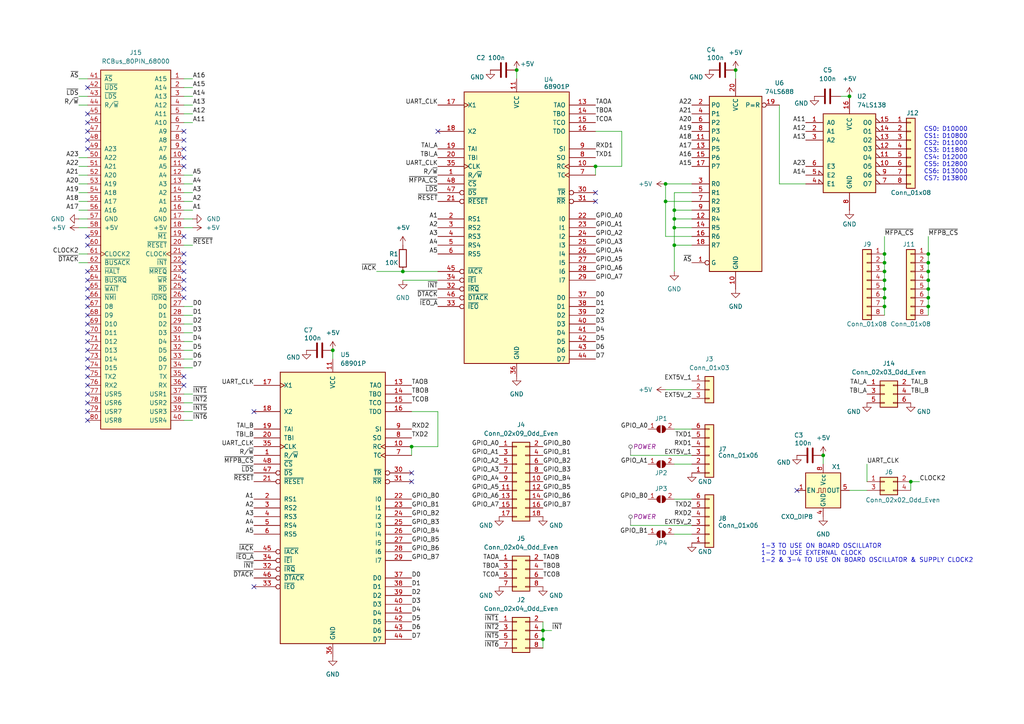
<source format=kicad_sch>
(kicad_sch (version 20250114) (generator "eeschema") (generator_version "9.0")
  (paper "A4")
  (lib_symbols
    (symbol "74xx:74LS138" (pin_names (offset 1.016))
      (property "Reference" "U" (at -7.62 11.43 0))
      (property "Value" "74LS138" (at -7.62 -13.97 0))
      (symbol "74LS138_1_0"
        (pin input line (at -12.7 7.62 0) (length 5.08) (name "A0") (number "1"))
        (pin input line (at -12.7 5.08 0) (length 5.08) (name "A1") (number "2"))
        (pin input line (at -12.7 2.54 0) (length 5.08) (name "A2") (number "3"))
        (pin input line (at -12.7 -5.08 0) (length 5.08) (name "E3") (number "6"))
        (pin input input_low (at -12.7 -7.62 0) (length 5.08) (name "E2") (number "5"))
        (pin input input_low (at -12.7 -10.16 0) (length 5.08) (name "E1") (number "4"))
        (pin power_in line (at 0 15.24 270) (length 5.08) (name "VCC") (number "16"))
        (pin power_in line (at 0 -17.78 90) (length 5.08) (name "GND") (number "8"))
        (pin output output_low (at 12.7 7.62 180) (length 5.08) (name "O0") (number "15"))
        (pin output output_low (at 12.7 5.08 180) (length 5.08) (name "O1") (number "14"))
        (pin output output_low (at 12.7 2.54 180) (length 5.08) (name "O2") (number "13"))
        (pin output output_low (at 12.7 0 180) (length 5.08) (name "O3") (number "12"))
        (pin output output_low (at 12.7 -2.54 180) (length 5.08) (name "O4") (number "11"))
        (pin output output_low (at 12.7 -5.08 180) (length 5.08) (name "O5") (number "10"))
        (pin output output_low (at 12.7 -7.62 180) (length 5.08) (name "O6") (number "9"))
        (pin output output_low (at 12.7 -10.16 180) (length 5.08) (name "O7") (number "7"))
      )
    )
    (symbol "74xx:74LS688"
      (property "Reference" "U" (at -7.62 26.67 0))
      (property "Value" "74LS688" (at -7.62 -26.67 0))
      (symbol "74LS688_1_0"
        (pin input line (at -12.7 22.86 0) (length 5.08) (name "P0") (number "2"))
        (pin input line (at -12.7 20.32 0) (length 5.08) (name "P1") (number "4"))
        (pin input line (at -12.7 17.78 0) (length 5.08) (name "P2") (number "6"))
        (pin input line (at -12.7 15.24 0) (length 5.08) (name "P3") (number "8"))
        (pin input line (at -12.7 12.7 0) (length 5.08) (name "P4") (number "11"))
        (pin input line (at -12.7 10.16 0) (length 5.08) (name "P5") (number "13"))
        (pin input line (at -12.7 7.62 0) (length 5.08) (name "P6") (number "15"))
        (pin input line (at -12.7 5.08 0) (length 5.08) (name "P7") (number "17"))
        (pin input line (at -12.7 0 0) (length 5.08) (name "R0") (number "3"))
        (pin input line (at -12.7 -2.54 0) (length 5.08) (name "R1") (number "5"))
        (pin input line (at -12.7 -5.08 0) (length 5.08) (name "R2") (number "7"))
        (pin input line (at -12.7 -7.62 0) (length 5.08) (name "R3") (number "9"))
        (pin input line (at -12.7 -10.16 0) (length 5.08) (name "R4") (number "12"))
        (pin input line (at -12.7 -12.7 0) (length 5.08) (name "R5") (number "14"))
        (pin input line (at -12.7 -15.24 0) (length 5.08) (name "R6") (number "16"))
        (pin input line (at -12.7 -17.78 0) (length 5.08) (name "R7") (number "18"))
        (pin input inverted (at -12.7 -22.86 0) (length 5.08) (name "G") (number "1"))
        (pin power_in line (at 0 30.48 270) (length 5.08) (name "VCC") (number "20"))
        (pin power_in line (at 0 -30.48 90) (length 5.08) (name "GND") (number "10"))
        (pin output inverted (at 12.7 22.86 180) (length 5.08) (name "P=R") (number "19"))
      )
    )
    (symbol "Connector_Generic:Conn_01x03" (pin_names (offset 1.016) (hide yes))
      (property "Reference" "J" (at 0 5.08 0))
      (property "Value" "Conn_01x03" (at 0 -5.08 0))
      (symbol "Conn_01x03_1_1"
        (pin passive line (at -5.08 2.54 0) (length 3.81) (name "Pin_1") (number "1"))
        (pin passive line (at -5.08 0 0) (length 3.81) (name "Pin_2") (number "2"))
        (pin passive line (at -5.08 -2.54 0) (length 3.81) (name "Pin_3") (number "3"))
      )
    )
    (symbol "Connector_Generic:Conn_01x06" (pin_names (offset 1.016) (hide yes))
      (property "Reference" "J" (at 0 7.62 0))
      (property "Value" "Conn_01x06" (at 0 -10.16 0))
      (symbol "Conn_01x06_1_1"
        (pin passive line (at -5.08 5.08 0) (length 3.81) (name "Pin_1") (number "1"))
        (pin passive line (at -5.08 2.54 0) (length 3.81) (name "Pin_2") (number "2"))
        (pin passive line (at -5.08 0 0) (length 3.81) (name "Pin_3") (number "3"))
        (pin passive line (at -5.08 -2.54 0) (length 3.81) (name "Pin_4") (number "4"))
        (pin passive line (at -5.08 -5.08 0) (length 3.81) (name "Pin_5") (number "5"))
        (pin passive line (at -5.08 -7.62 0) (length 3.81) (name "Pin_6") (number "6"))
      )
    )
    (symbol "Connector_Generic:Conn_01x08" (pin_names (offset 1.016) (hide yes))
      (property "Reference" "J" (at 0 10.16 0))
      (property "Value" "Conn_01x08" (at 0 -12.7 0))
      (symbol "Conn_01x08_1_1"
        (pin passive line (at -5.08 7.62 0) (length 3.81) (name "Pin_1") (number "1"))
        (pin passive line (at -5.08 5.08 0) (length 3.81) (name "Pin_2") (number "2"))
        (pin passive line (at -5.08 2.54 0) (length 3.81) (name "Pin_3") (number "3"))
        (pin passive line (at -5.08 0 0) (length 3.81) (name "Pin_4") (number "4"))
        (pin passive line (at -5.08 -2.54 0) (length 3.81) (name "Pin_5") (number "5"))
        (pin passive line (at -5.08 -5.08 0) (length 3.81) (name "Pin_6") (number "6"))
        (pin passive line (at -5.08 -7.62 0) (length 3.81) (name "Pin_7") (number "7"))
        (pin passive line (at -5.08 -10.16 0) (length 3.81) (name "Pin_8") (number "8"))
      )
    )
    (symbol "Connector_Generic:Conn_02x02_Odd_Even" (pin_names (offset 1.016) (hide yes))
      (property "Reference" "J" (at 1.27 2.54 0))
      (property "Value" "Conn_02x02_Odd_Even" (at 1.27 -5.08 0))
      (symbol "Conn_02x02_Odd_Even_1_1"
        (pin passive line (at -5.08 0 0) (length 3.81) (name "Pin_1") (number "1"))
        (pin passive line (at -5.08 -2.54 0) (length 3.81) (name "Pin_3") (number "3"))
        (pin passive line (at 7.62 0 180) (length 3.81) (name "Pin_2") (number "2"))
        (pin passive line (at 7.62 -2.54 180) (length 3.81) (name "Pin_4") (number "4"))
      )
    )
    (symbol "Connector_Generic:Conn_02x03_Odd_Even" (pin_names (offset 1.016) (hide yes))
      (property "Reference" "J" (at 1.27 5.08 0))
      (property "Value" "Conn_02x03_Odd_Even" (at 1.27 -5.08 0))
      (symbol "Conn_02x03_Odd_Even_1_1"
        (pin passive line (at -5.08 2.54 0) (length 3.81) (name "Pin_1") (number "1"))
        (pin passive line (at -5.08 0 0) (length 3.81) (name "Pin_3") (number "3"))
        (pin passive line (at -5.08 -2.54 0) (length 3.81) (name "Pin_5") (number "5"))
        (pin passive line (at 7.62 2.54 180) (length 3.81) (name "Pin_2") (number "2"))
        (pin passive line (at 7.62 0 180) (length 3.81) (name "Pin_4") (number "4"))
        (pin passive line (at 7.62 -2.54 180) (length 3.81) (name "Pin_6") (number "6"))
      )
    )
    (symbol "Connector_Generic:Conn_02x04_Odd_Even" (pin_names (offset 1.016) (hide yes))
      (property "Reference" "J" (at 1.27 5.08 0))
      (property "Value" "Conn_02x04_Odd_Even" (at 1.27 -7.62 0))
      (symbol "Conn_02x04_Odd_Even_1_1"
        (pin passive line (at -5.08 2.54 0) (length 3.81) (name "Pin_1") (number "1"))
        (pin passive line (at -5.08 0 0) (length 3.81) (name "Pin_3") (number "3"))
        (pin passive line (at -5.08 -2.54 0) (length 3.81) (name "Pin_5") (number "5"))
        (pin passive line (at -5.08 -5.08 0) (length 3.81) (name "Pin_7") (number "7"))
        (pin passive line (at 7.62 2.54 180) (length 3.81) (name "Pin_2") (number "2"))
        (pin passive line (at 7.62 0 180) (length 3.81) (name "Pin_4") (number "4"))
        (pin passive line (at 7.62 -2.54 180) (length 3.81) (name "Pin_6") (number "6"))
        (pin passive line (at 7.62 -5.08 180) (length 3.81) (name "Pin_8") (number "8"))
      )
    )
    (symbol "Connector_Generic:Conn_02x09_Odd_Even" (pin_names (offset 1.016) (hide yes))
      (property "Reference" "J" (at 1.27 12.7 0))
      (property "Value" "Conn_02x09_Odd_Even" (at 1.27 -12.7 0))
      (symbol "Conn_02x09_Odd_Even_1_1"
        (pin passive line (at -5.08 10.16 0) (length 3.81) (name "Pin_1") (number "1"))
        (pin passive line (at -5.08 7.62 0) (length 3.81) (name "Pin_3") (number "3"))
        (pin passive line (at -5.08 5.08 0) (length 3.81) (name "Pin_5") (number "5"))
        (pin passive line (at -5.08 2.54 0) (length 3.81) (name "Pin_7") (number "7"))
        (pin passive line (at -5.08 0 0) (length 3.81) (name "Pin_9") (number "9"))
        (pin passive line (at -5.08 -2.54 0) (length 3.81) (name "Pin_11") (number "11"))
        (pin passive line (at -5.08 -5.08 0) (length 3.81) (name "Pin_13") (number "13"))
        (pin passive line (at -5.08 -7.62 0) (length 3.81) (name "Pin_15") (number "15"))
        (pin passive line (at -5.08 -10.16 0) (length 3.81) (name "Pin_17") (number "17"))
        (pin passive line (at 7.62 10.16 180) (length 3.81) (name "Pin_2") (number "2"))
        (pin passive line (at 7.62 7.62 180) (length 3.81) (name "Pin_4") (number "4"))
        (pin passive line (at 7.62 5.08 180) (length 3.81) (name "Pin_6") (number "6"))
        (pin passive line (at 7.62 2.54 180) (length 3.81) (name "Pin_8") (number "8"))
        (pin passive line (at 7.62 0 180) (length 3.81) (name "Pin_10") (number "10"))
        (pin passive line (at 7.62 -2.54 180) (length 3.81) (name "Pin_12") (number "12"))
        (pin passive line (at 7.62 -5.08 180) (length 3.81) (name "Pin_14") (number "14"))
        (pin passive line (at 7.62 -7.62 180) (length 3.81) (name "Pin_16") (number "16"))
        (pin passive line (at 7.62 -10.16 180) (length 3.81) (name "Pin_18") (number "18"))
      )
    )
    (symbol "Device:C" (pin_numbers (hide yes)) (pin_names (offset 0.254))
      (property "Reference" "C" (at 0.635 2.54 0))
      (property "Value" "C" (at 0.635 -2.54 0))
      (symbol "C_1_1"
        (pin passive line (at 0 3.81 270) (length 2.794) (name "~") (number "1"))
        (pin passive line (at 0 -3.81 90) (length 2.794) (name "~") (number "2"))
      )
    )
    (symbol "Device:R" (pin_numbers (hide yes)) (pin_names (offset 0))
      (property "Reference" "R" (at 2.032 0 90))
      (property "Value" "R" (at 0 0 90))
      (symbol "R_1_1"
        (pin passive line (at 0 3.81 270) (length 1.27) (name "~") (number "1"))
        (pin passive line (at 0 -3.81 90) (length 1.27) (name "~") (number "2"))
      )
    )
    (symbol "Jumper:SolderJumper_2_Open" (pin_names (offset 0) (hide yes))
      (property "Reference" "JP" (at 0 2.032 0))
      (property "Value" "SolderJumper_2_Open" (at 0 -2.54 0))
      (symbol "SolderJumper_2_Open_1_1"
        (pin passive line (at -3.81 0 0) (length 2.54) (name "A") (number "1"))
        (pin passive line (at 3.81 0 180) (length 2.54) (name "B") (number "2"))
      )
    )
    (symbol "MyLibrary2023:68901P" (pin_names (offset 1.016))
      (property "Reference" "U" (at 0 2.54 0))
      (property "Value" "68901P" (at 0 -2.54 0))
      (symbol "68901P_1_1"
        (pin input clock (at -22.86 35.56 0) (length 7.62) (name "X1") (number "17"))
        (pin input line (at -22.86 27.94 0) (length 7.62) (name "X2") (number "18"))
        (pin input line (at -22.86 22.86 0) (length 7.62) (name "TAI") (number "19"))
        (pin input line (at -22.86 20.32 0) (length 7.62) (name "TBI") (number "20"))
        (pin input clock (at -22.86 17.78 0) (length 7.62) (name "CLK") (number "35"))
        (pin input line (at -22.86 15.24 0) (length 7.62) (name "R/~{W}") (number "1"))
        (pin input line (at -22.86 12.7 0) (length 7.62) (name "~{CS}") (number "48"))
        (pin input inverted (at -22.86 10.16 0) (length 7.62) (name "~{DS}") (number "47"))
        (pin input inverted (at -22.86 7.62 0) (length 7.62) (name "~{RESET}") (number "21"))
        (pin input line (at -22.86 2.54 0) (length 7.62) (name "RS1") (number "2"))
        (pin input line (at -22.86 0 0) (length 7.62) (name "RS2") (number "3"))
        (pin input line (at -22.86 -2.54 0) (length 7.62) (name "RS3") (number "4"))
        (pin input line (at -22.86 -5.08 0) (length 7.62) (name "RS4") (number "5"))
        (pin input line (at -22.86 -7.62 0) (length 7.62) (name "RS5") (number "6"))
        (pin input inverted (at -22.86 -12.7 0) (length 7.62) (name "~{IACK}") (number "45"))
        (pin input inverted (at -22.86 -15.24 0) (length 7.62) (name "~{IEI}") (number "34"))
        (pin output inverted (at -22.86 -17.78 0) (length 7.62) (name "~{IRQ}") (number "32"))
        (pin output inverted (at -22.86 -20.32 0) (length 7.62) (name "~{DTACK}") (number "46"))
        (pin output inverted (at -22.86 -22.86 0) (length 7.62) (name "~{IEO}") (number "33"))
        (pin no_connect line (at -22.86 -30.48 0) (length 7.62) (hide yes) (name "NC") (number "12"))
        (pin power_in line (at 0 43.18 270) (length 3.81) (name "VCC") (number "11"))
        (pin power_in line (at 0 -43.18 90) (length 3.81) (name "GND") (number "36"))
        (pin output line (at 22.86 35.56 180) (length 7.62) (name "TAO") (number "13"))
        (pin output line (at 22.86 33.02 180) (length 7.62) (name "TBO") (number "14"))
        (pin output line (at 22.86 30.48 180) (length 7.62) (name "TCO") (number "15"))
        (pin output line (at 22.86 27.94 180) (length 7.62) (name "TDO") (number "16"))
        (pin input line (at 22.86 22.86 180) (length 7.62) (name "SI") (number "9"))
        (pin output line (at 22.86 20.32 180) (length 7.62) (name "SO") (number "8"))
        (pin input clock (at 22.86 17.78 180) (length 7.62) (name "RC") (number "10"))
        (pin input clock (at 22.86 15.24 180) (length 7.62) (name "TC") (number "7"))
        (pin output inverted (at 22.86 10.16 180) (length 7.62) (name "~{TR}") (number "30"))
        (pin output inverted (at 22.86 7.62 180) (length 7.62) (name "~{RR}") (number "31"))
        (pin input line (at 22.86 2.54 180) (length 7.62) (name "I0") (number "22"))
        (pin input line (at 22.86 0 180) (length 7.62) (name "I1") (number "23"))
        (pin input line (at 22.86 -2.54 180) (length 7.62) (name "I2") (number "24"))
        (pin input line (at 22.86 -5.08 180) (length 7.62) (name "I3") (number "25"))
        (pin input line (at 22.86 -7.62 180) (length 7.62) (name "I4") (number "26"))
        (pin input line (at 22.86 -10.16 180) (length 7.62) (name "I5") (number "27"))
        (pin input line (at 22.86 -12.7 180) (length 7.62) (name "I6") (number "28"))
        (pin input line (at 22.86 -15.24 180) (length 7.62) (name "I7") (number "29"))
        (pin input line (at 22.86 -20.32 180) (length 7.62) (name "D0") (number "37"))
        (pin input line (at 22.86 -22.86 180) (length 7.62) (name "D1") (number "38"))
        (pin input line (at 22.86 -25.4 180) (length 7.62) (name "D2") (number "39"))
        (pin input line (at 22.86 -27.94 180) (length 7.62) (name "D3") (number "40"))
        (pin input line (at 22.86 -30.48 180) (length 7.62) (name "D4") (number "41"))
        (pin input line (at 22.86 -33.02 180) (length 7.62) (name "D5") (number "42"))
        (pin input line (at 22.86 -35.56 180) (length 7.62) (name "D6") (number "43"))
        (pin input line (at 22.86 -38.1 180) (length 7.62) (name "D7") (number "44"))
      )
    )
    (symbol "MyLibrary2023:RCBus_80PIN_68000" (pin_names (offset 1.016))
      (property "Reference" "J" (at 0 52.578 0))
      (property "Value" "RCBus_80PIN_68000" (at 8.89 -55.118 0))
      (symbol "RCBus_80PIN_68000_1_1"
        (pin bidirectional line (at -5.08 48.26 0) (length 3.81) (name "A15") (number "1"))
        (pin bidirectional line (at -5.08 45.72 0) (length 3.81) (name "A14") (number "2"))
        (pin bidirectional line (at -5.08 43.18 0) (length 3.81) (name "A13") (number "3"))
        (pin bidirectional line (at -5.08 40.64 0) (length 3.81) (name "A12") (number "4"))
        (pin bidirectional line (at -5.08 38.1 0) (length 3.81) (name "A11") (number "5"))
        (pin bidirectional line (at -5.08 35.56 0) (length 3.81) (name "A10") (number "6"))
        (pin bidirectional line (at -5.08 33.02 0) (length 3.81) (name "A9") (number "7"))
        (pin bidirectional line (at -5.08 30.48 0) (length 3.81) (name "A8") (number "8"))
        (pin bidirectional line (at -5.08 27.94 0) (length 3.81) (name "A7") (number "9"))
        (pin bidirectional line (at -5.08 25.4 0) (length 3.81) (name "A6") (number "10"))
        (pin bidirectional line (at -5.08 22.86 0) (length 3.81) (name "A5") (number "11"))
        (pin bidirectional line (at -5.08 20.32 0) (length 3.81) (name "A4") (number "12"))
        (pin bidirectional line (at -5.08 17.78 0) (length 3.81) (name "A3") (number "13"))
        (pin bidirectional line (at -5.08 15.24 0) (length 3.81) (name "A2") (number "14"))
        (pin bidirectional line (at -5.08 12.7 0) (length 3.81) (name "A1") (number "15"))
        (pin bidirectional line (at -5.08 10.16 0) (length 3.81) (name "A0") (number "16"))
        (pin bidirectional line (at -5.08 7.62 0) (length 3.81) (name "GND") (number "17"))
        (pin bidirectional line (at -5.08 5.08 0) (length 3.81) (name "+5V") (number "18"))
        (pin bidirectional line (at -5.08 2.54 0) (length 3.81) (name "~{M1}") (number "19"))
        (pin bidirectional line (at -5.08 0 0) (length 3.81) (name "~{RESET}") (number "20"))
        (pin bidirectional clock (at -5.08 -2.54 0) (length 3.81) (name "CLOCK") (number "21"))
        (pin bidirectional line (at -5.08 -5.08 0) (length 3.81) (name "~{INT}") (number "22"))
        (pin bidirectional line (at -5.08 -7.62 0) (length 3.81) (name "~{MREQ}") (number "23"))
        (pin bidirectional line (at -5.08 -10.16 0) (length 3.81) (name "~{WR}") (number "24"))
        (pin bidirectional line (at -5.08 -12.7 0) (length 3.81) (name "~{RD}") (number "25"))
        (pin bidirectional line (at -5.08 -15.24 0) (length 3.81) (name "~{IORQ}") (number "26"))
        (pin bidirectional line (at -5.08 -17.78 0) (length 3.81) (name "D0") (number "27"))
        (pin bidirectional line (at -5.08 -20.32 0) (length 3.81) (name "D1") (number "28"))
        (pin bidirectional line (at -5.08 -22.86 0) (length 3.81) (name "D2") (number "29"))
        (pin bidirectional line (at -5.08 -25.4 0) (length 3.81) (name "D3") (number "30"))
        (pin bidirectional line (at -5.08 -27.94 0) (length 3.81) (name "D4") (number "31"))
        (pin bidirectional line (at -5.08 -30.48 0) (length 3.81) (name "D5") (number "32"))
        (pin bidirectional line (at -5.08 -33.02 0) (length 3.81) (name "D6") (number "33"))
        (pin bidirectional line (at -5.08 -35.56 0) (length 3.81) (name "D7") (number "34"))
        (pin bidirectional line (at -5.08 -38.1 0) (length 3.81) (name "TX") (number "35"))
        (pin bidirectional line (at -5.08 -40.64 0) (length 3.81) (name "RX") (number "36"))
        (pin bidirectional line (at -5.08 -43.18 0) (length 3.81) (name "USR1") (number "37"))
        (pin bidirectional line (at -5.08 -45.72 0) (length 3.81) (name "USR2") (number "38"))
        (pin bidirectional line (at -5.08 -48.26 0) (length 3.81) (name "USR3") (number "39"))
        (pin bidirectional line (at -5.08 -50.8 0) (length 3.81) (name "USR4") (number "40"))
        (pin bidirectional line (at 22.86 48.26 180) (length 3.81) (name "~{AS}") (number "41"))
        (pin bidirectional line (at 22.86 45.72 180) (length 3.81) (name "~{UDS}") (number "42"))
        (pin bidirectional line (at 22.86 43.18 180) (length 3.81) (name "~{LDS}") (number "43"))
        (pin bidirectional line (at 22.86 40.64 180) (length 3.81) (name "R/~{W}") (number "44"))
        (pin bidirectional line (at 22.86 38.1 180) (length 3.81) (name "") (number "45"))
        (pin bidirectional line (at 22.86 35.56 180) (length 3.81) (name "") (number "46"))
        (pin bidirectional line (at 22.86 33.02 180) (length 3.81) (name "") (number "47"))
        (pin bidirectional line (at 22.86 30.48 180) (length 3.81) (name "") (number "48"))
        (pin bidirectional line (at 22.86 27.94 180) (length 3.81) (name "A23") (number "49"))
        (pin bidirectional line (at 22.86 25.4 180) (length 3.81) (name "A22") (number "50"))
        (pin bidirectional line (at 22.86 22.86 180) (length 3.81) (name "A21") (number "51"))
        (pin bidirectional line (at 22.86 20.32 180) (length 3.81) (name "A20") (number "52"))
        (pin bidirectional line (at 22.86 17.78 180) (length 3.81) (name "A19") (number "53"))
        (pin bidirectional line (at 22.86 15.24 180) (length 3.81) (name "A18") (number "54"))
        (pin bidirectional line (at 22.86 12.7 180) (length 3.81) (name "A17") (number "55"))
        (pin bidirectional line (at 22.86 10.16 180) (length 3.81) (name "A16") (number "56"))
        (pin bidirectional line (at 22.86 7.62 180) (length 3.81) (name "GND") (number "57"))
        (pin bidirectional line (at 22.86 5.08 180) (length 3.81) (name "+5V") (number "58"))
        (pin bidirectional line (at 22.86 2.54 180) (length 3.81) (name "") (number "59"))
        (pin bidirectional line (at 22.86 0 180) (length 3.81) (name "") (number "60"))
        (pin bidirectional clock (at 22.86 -2.54 180) (length 3.81) (name "CLOCK2") (number "61"))
        (pin bidirectional line (at 22.86 -5.08 180) (length 3.81) (name "~{BUSACK}") (number "62"))
        (pin bidirectional line (at 22.86 -7.62 180) (length 3.81) (name "~{HALT}") (number "63"))
        (pin bidirectional line (at 22.86 -10.16 180) (length 3.81) (name "~{BUSRQ}") (number "64"))
        (pin bidirectional line (at 22.86 -12.7 180) (length 3.81) (name "~{WAIT}") (number "65"))
        (pin bidirectional line (at 22.86 -15.24 180) (length 3.81) (name "~{NMI}") (number "66"))
        (pin bidirectional line (at 22.86 -17.78 180) (length 3.81) (name "D8") (number "67"))
        (pin bidirectional line (at 22.86 -20.32 180) (length 3.81) (name "D9") (number "68"))
        (pin bidirectional line (at 22.86 -22.86 180) (length 3.81) (name "D10") (number "69"))
        (pin bidirectional line (at 22.86 -25.4 180) (length 3.81) (name "D11") (number "70"))
        (pin bidirectional line (at 22.86 -27.94 180) (length 3.81) (name "D12") (number "71"))
        (pin bidirectional line (at 22.86 -30.48 180) (length 3.81) (name "D13") (number "72"))
        (pin bidirectional line (at 22.86 -33.02 180) (length 3.81) (name "D14") (number "73"))
        (pin bidirectional line (at 22.86 -35.56 180) (length 3.81) (name "D15") (number "74"))
        (pin bidirectional line (at 22.86 -38.1 180) (length 3.81) (name "TX2") (number "75"))
        (pin bidirectional line (at 22.86 -40.64 180) (length 3.81) (name "RX2") (number "76"))
        (pin bidirectional line (at 22.86 -43.18 180) (length 3.81) (name "USR5") (number "77"))
        (pin bidirectional line (at 22.86 -45.72 180) (length 3.81) (name "USR6") (number "78"))
        (pin bidirectional line (at 22.86 -48.26 180) (length 3.81) (name "USR7") (number "79"))
        (pin bidirectional line (at 22.86 -50.8 180) (length 3.81) (name "USR8") (number "80"))
      )
    )
    (symbol "Oscillator:CXO_DIP8" (pin_names (offset 0.254))
      (property "Reference" "X" (at -5.08 6.35 0))
      (property "Value" "CXO_DIP8" (at 1.27 -6.35 0))
      (symbol "CXO_DIP8_1_1"
        (pin input line (at -7.62 0 0) (length 2.54) (name "EN") (number "1"))
        (pin power_in line (at 0 7.62 270) (length 2.54) (name "Vcc") (number "8"))
        (pin power_in line (at 0 -7.62 90) (length 2.54) (name "GND") (number "4"))
        (pin output line (at 7.62 0 180) (length 2.54) (name "OUT") (number "5"))
      )
    )
    (symbol "power:+5V" (power) (pin_numbers (hide yes)) (pin_names (offset 0) (hide yes))
      (property "Value" "+5V" (at 0 3.556 0))
      (symbol "+5V_1_1"
        (pin power_in line (at 0 0 90) (length 0) (name "~") (number "1"))
      )
    )
    (symbol "power:GND" (power) (pin_numbers (hide yes)) (pin_names (offset 0) (hide yes))
      (property "Value" "GND" (at 0 -3.81 0))
      (symbol "GND_1_1"
        (pin power_in line (at 0 0 270) (length 0) (name "~") (number "1"))
      )
    )
  )
  (text "1-3 TO USE ON BOARD OSCILLATOR\n1-2 TO USE EXTERNAL CLOCK\n1-2 & 3-4 TO USE ON BOARD OSCILLATOR & SUPPLY CLOCK2" (at 220.726 160.528 0) (effects (font (size 1.27 1.27)) (justify left)))
  (text "CS0: D10000\nCS1: D10800\nCS2: D11000\nCS3: D11800\nCS4: D12000\nCS5: D12800\nCS6: D13000\nCS7: D13800" (at 274.32 44.704 0) (effects (font (size 1.27 1.27))))
  (junction (at 256.54 78.74))
  (junction (at 269.24 76.2))
  (junction (at 256.54 76.2))
  (junction (at 264.16 139.7))
  (junction (at 256.54 73.66))
  (junction (at 195.58 71.12))
  (junction (at 119.38 129.54))
  (junction (at 246.38 27.94))
  (junction (at 269.24 86.36))
  (junction (at 157.48 182.88))
  (junction (at 269.24 88.9))
  (junction (at 269.24 73.66))
  (junction (at 269.24 81.28))
  (junction (at 269.24 78.74))
  (junction (at 213.36 20.32))
  (junction (at 157.48 185.42))
  (junction (at 256.54 83.82))
  (junction (at 116.84 78.74))
  (junction (at 269.24 83.82))
  (junction (at 193.04 58.42))
  (junction (at 149.86 20.32))
  (junction (at 172.72 48.26))
  (junction (at 195.58 63.5))
  (junction (at 195.58 60.96))
  (junction (at 256.54 88.9))
  (junction (at 256.54 81.28))
  (junction (at 195.58 66.04))
  (junction (at 238.76 132.08))
  (junction (at 193.04 53.34))
  (junction (at 256.54 86.36))
  (junction (at 96.52 101.6))
  (no_connect (at 25.4 109.22))
  (no_connect (at 25.4 33.02))
  (no_connect (at 53.34 40.64))
  (no_connect (at 53.34 81.28))
  (no_connect (at 25.4 78.74))
  (no_connect (at 25.4 35.56))
  (no_connect (at 119.38 137.16))
  (no_connect (at 172.72 58.42))
  (no_connect (at 25.4 121.92))
  (no_connect (at 127 38.1))
  (no_connect (at 53.34 109.22))
  (no_connect (at 53.34 111.76))
  (no_connect (at 73.66 170.18))
  (no_connect (at 25.4 88.9))
  (no_connect (at 25.4 104.14))
  (no_connect (at 53.34 38.1))
  (no_connect (at 25.4 91.44))
  (no_connect (at 53.34 45.72))
  (no_connect (at 119.38 139.7))
  (no_connect (at 73.66 119.38))
  (no_connect (at 25.4 111.76))
  (no_connect (at 25.4 99.06))
  (no_connect (at 25.4 81.28))
  (no_connect (at 25.4 68.58))
  (no_connect (at 53.34 48.26))
  (no_connect (at 25.4 119.38))
  (no_connect (at 53.34 86.36))
  (no_connect (at 25.4 93.98))
  (no_connect (at 231.14 142.24))
  (no_connect (at 53.34 78.74))
  (no_connect (at 25.4 96.52))
  (no_connect (at 53.34 73.66))
  (no_connect (at 53.34 76.2))
  (no_connect (at 25.4 116.84))
  (no_connect (at 25.4 25.4))
  (no_connect (at 25.4 114.3))
  (no_connect (at 25.4 106.68))
  (no_connect (at 25.4 38.1))
  (no_connect (at 53.34 68.58))
  (no_connect (at 53.34 83.82))
  (no_connect (at 25.4 83.82))
  (no_connect (at 25.4 43.18))
  (no_connect (at 25.4 71.12))
  (no_connect (at 25.4 101.6))
  (no_connect (at 25.4 86.36))
  (no_connect (at 53.34 43.18))
  (no_connect (at 25.4 40.64))
  (no_connect (at 172.72 55.88))
  (wire (pts (xy 55.88 22.86) (xy 53.34 22.86)))
  (wire (pts (xy 160.02 182.88) (xy 157.48 182.88)))
  (wire (pts (xy 149.86 20.32) (xy 149.86 22.86)))
  (wire (pts (xy 157.48 180.34) (xy 157.48 182.88)))
  (wire (pts (xy 22.86 50.8) (xy 25.4 50.8)))
  (wire (pts (xy 256.54 86.36) (xy 256.54 88.9)))
  (wire (pts (xy 226.06 30.48) (xy 226.06 53.34)))
  (wire (pts (xy 157.48 185.42) (xy 157.48 187.96)))
  (wire (pts (xy 195.58 144.78) (xy 200.66 144.78)))
  (wire (pts (xy 256.54 88.9) (xy 256.54 91.44)))
  (wire (pts (xy 116.84 78.74) (xy 127 78.74)))
  (wire (pts (xy 195.58 55.88) (xy 195.58 60.96)))
  (wire (pts (xy 22.86 60.96) (xy 25.4 60.96)))
  (wire (pts (xy 53.34 91.44) (xy 55.88 91.44)))
  (wire (pts (xy 109.22 78.74) (xy 116.84 78.74)))
  (wire (pts (xy 55.88 121.92) (xy 53.34 121.92)))
  (wire (pts (xy 22.86 73.66) (xy 25.4 73.66)))
  (wire (pts (xy 53.34 106.68) (xy 55.88 106.68)))
  (wire (pts (xy 256.54 76.2) (xy 256.54 78.74)))
  (wire (pts (xy 55.88 60.96) (xy 53.34 60.96)))
  (wire (pts (xy 182.88 132.08) (xy 200.66 132.08)))
  (wire (pts (xy 55.88 53.34) (xy 53.34 53.34)))
  (wire (pts (xy 119.38 119.38) (xy 127 119.38)))
  (wire (pts (xy 22.86 58.42) (xy 25.4 58.42)))
  (wire (pts (xy 53.34 101.6) (xy 55.88 101.6)))
  (wire (pts (xy 269.24 68.58) (xy 269.24 73.66)))
  (wire (pts (xy 226.06 53.34) (xy 233.68 53.34)))
  (wire (pts (xy 55.88 30.48) (xy 53.34 30.48)))
  (wire (pts (xy 55.88 55.88) (xy 53.34 55.88)))
  (wire (pts (xy 55.88 119.38) (xy 53.34 119.38)))
  (wire (pts (xy 195.58 71.12) (xy 200.66 71.12)))
  (wire (pts (xy 55.88 27.94) (xy 53.34 27.94)))
  (wire (pts (xy 269.24 88.9) (xy 269.24 91.44)))
  (wire (pts (xy 55.88 33.02) (xy 53.34 33.02)))
  (wire (pts (xy 119.38 129.54) (xy 119.38 132.08)))
  (wire (pts (xy 193.04 53.34) (xy 200.66 53.34)))
  (wire (pts (xy 22.86 48.26) (xy 25.4 48.26)))
  (wire (pts (xy 195.58 66.04) (xy 200.66 66.04)))
  (wire (pts (xy 195.58 71.12) (xy 195.58 78.74)))
  (wire (pts (xy 193.04 68.58) (xy 193.04 58.42)))
  (wire (pts (xy 213.36 20.32) (xy 213.36 22.86)))
  (wire (pts (xy 172.72 48.26) (xy 172.72 50.8)))
  (wire (pts (xy 53.34 104.14) (xy 55.88 104.14)))
  (wire (pts (xy 172.72 38.1) (xy 180.34 38.1)))
  (wire (pts (xy 55.88 50.8) (xy 53.34 50.8)))
  (wire (pts (xy 256.54 68.58) (xy 256.54 73.66)))
  (wire (pts (xy 22.86 30.48) (xy 25.4 30.48)))
  (wire (pts (xy 22.86 27.94) (xy 25.4 27.94)))
  (wire (pts (xy 55.88 58.42) (xy 53.34 58.42)))
  (wire (pts (xy 195.58 63.5) (xy 200.66 63.5)))
  (wire (pts (xy 269.24 86.36) (xy 269.24 88.9)))
  (wire (pts (xy 180.34 38.1) (xy 180.34 48.26)))
  (wire (pts (xy 127 129.54) (xy 119.38 129.54)))
  (wire (pts (xy 22.86 55.88) (xy 25.4 55.88)))
  (wire (pts (xy 200.66 55.88) (xy 195.58 55.88)))
  (wire (pts (xy 55.88 114.3) (xy 53.34 114.3)))
  (wire (pts (xy 22.86 22.86) (xy 25.4 22.86)))
  (wire (pts (xy 22.86 45.72) (xy 25.4 45.72)))
  (wire (pts (xy 96.52 101.6) (xy 96.52 104.14)))
  (wire (pts (xy 55.88 25.4) (xy 53.34 25.4)))
  (wire (pts (xy 251.46 134.62) (xy 251.46 139.7)))
  (wire (pts (xy 195.58 66.04) (xy 195.58 71.12)))
  (wire (pts (xy 195.58 154.94) (xy 200.66 154.94)))
  (wire (pts (xy 256.54 73.66) (xy 256.54 76.2)))
  (wire (pts (xy 53.34 93.98) (xy 55.88 93.98)))
  (wire (pts (xy 22.86 66.04) (xy 25.4 66.04)))
  (wire (pts (xy 238.76 132.08) (xy 238.76 134.62)))
  (wire (pts (xy 264.16 139.7) (xy 266.7 139.7)))
  (wire (pts (xy 195.58 60.96) (xy 195.58 63.5)))
  (wire (pts (xy 200.66 68.58) (xy 193.04 68.58)))
  (wire (pts (xy 264.16 139.7) (xy 264.16 142.24)))
  (wire (pts (xy 269.24 83.82) (xy 269.24 86.36)))
  (wire (pts (xy 195.58 134.62) (xy 200.66 134.62)))
  (wire (pts (xy 182.88 152.4) (xy 200.66 152.4)))
  (wire (pts (xy 22.86 53.34) (xy 25.4 53.34)))
  (wire (pts (xy 22.86 76.2) (xy 25.4 76.2)))
  (wire (pts (xy 116.84 81.28) (xy 127 81.28)))
  (wire (pts (xy 55.88 35.56) (xy 53.34 35.56)))
  (wire (pts (xy 195.58 63.5) (xy 195.58 66.04)))
  (wire (pts (xy 269.24 76.2) (xy 269.24 78.74)))
  (wire (pts (xy 53.34 99.06) (xy 55.88 99.06)))
  (wire (pts (xy 180.34 48.26) (xy 172.72 48.26)))
  (wire (pts (xy 53.34 66.04) (xy 55.88 66.04)))
  (wire (pts (xy 256.54 83.82) (xy 256.54 86.36)))
  (wire (pts (xy 200.66 58.42) (xy 193.04 58.42)))
  (wire (pts (xy 22.86 63.5) (xy 25.4 63.5)))
  (wire (pts (xy 157.48 182.88) (xy 157.48 185.42)))
  (wire (pts (xy 256.54 78.74) (xy 256.54 81.28)))
  (wire (pts (xy 193.04 58.42) (xy 193.04 53.34)))
  (wire (pts (xy 55.88 71.12) (xy 53.34 71.12)))
  (wire (pts (xy 195.58 124.46) (xy 200.66 124.46)))
  (wire (pts (xy 269.24 73.66) (xy 269.24 76.2)))
  (wire (pts (xy 127 119.38) (xy 127 129.54)))
  (wire (pts (xy 246.38 142.24) (xy 251.46 142.24)))
  (wire (pts (xy 53.34 96.52) (xy 55.88 96.52)))
  (wire (pts (xy 55.88 116.84) (xy 53.34 116.84)))
  (wire (pts (xy 53.34 63.5) (xy 55.88 63.5)))
  (wire (pts (xy 53.34 88.9) (xy 55.88 88.9)))
  (wire (pts (xy 256.54 81.28) (xy 256.54 83.82)))
  (wire (pts (xy 195.58 60.96) (xy 200.66 60.96)))
  (wire (pts (xy 269.24 78.74) (xy 269.24 81.28)))
  (wire (pts (xy 269.24 81.28) (xy 269.24 83.82)))
  (wire (pts (xy 200.66 113.03) (xy 193.04 113.03)))
  (wire (pts (xy 243.84 27.94) (xy 246.38 27.94)))
  (label "TXD2" (at 200.66 147.32 180))
  (label "GPIO_B3" (at 119.38 152.4 0))
  (label "A4" (at 73.66 152.4 180))
  (label "GPIO_A2" (at 144.78 134.62 180))
  (label "TCOA" (at 172.72 35.56 0))
  (label "GPIO_B2" (at 157.48 134.62 0))
  (label "RXD2" (at 200.66 149.86 180))
  (label "~{MFPA_CS}" (at 127 53.34 180))
  (label "R{slash}~{W}" (at 127 50.8 180))
  (label "CLOCK2" (at 22.86 73.66 180))
  (label "GPIO_A0" (at 172.72 63.5 0))
  (label "TCOB" (at 157.48 167.64 0))
  (label "A3" (at 127 68.58 180))
  (label "EXT5V_2" (at 200.66 152.4 180))
  (label "A4" (at 127 71.12 180))
  (label "A2" (at 73.66 147.32 180))
  (label "A3" (at 55.88 55.88 0))
  (label "~{AS}" (at 22.86 22.86 180))
  (label "TBI_A" (at 251.46 114.3 180))
  (label "A11" (at 233.68 35.56 180))
  (label "~{INT}" (at 127 83.82 180))
  (label "GPIO_B4" (at 157.48 139.7 0))
  (label "GPIO_B7" (at 157.48 147.32 0))
  (label "~{LDS}" (at 22.86 27.94 180))
  (label "D0" (at 55.88 88.9 0))
  (label "GPIO_A3" (at 172.72 71.12 0))
  (label "A20" (at 200.66 35.56 180))
  (label "TCOB" (at 119.38 116.84 0))
  (label "EXT5V_2" (at 200.66 115.57 180))
  (label "D3" (at 55.88 96.52 0))
  (label "D4" (at 119.38 177.8 0))
  (label "D4" (at 55.88 99.06 0))
  (label "TBOB" (at 119.38 114.3 0))
  (label "A1" (at 73.66 144.78 180))
  (label "D5" (at 55.88 101.6 0))
  (label "D2" (at 119.38 172.72 0))
  (label "D2" (at 172.72 91.44 0))
  (label "GPIO_A3" (at 144.78 137.16 180))
  (label "~{DTACK}" (at 22.86 76.2 180))
  (label "TAI_B" (at 264.16 111.76 0))
  (label "A19" (at 200.66 38.1 180))
  (label "A5" (at 127 73.66 180))
  (label "A12" (at 233.68 38.1 180))
  (label "TAOB" (at 157.48 162.56 0))
  (label "EXT5V_1" (at 200.66 132.08 180))
  (label "GPIO_B0" (at 187.96 144.78 180))
  (label "~{RESET}" (at 55.88 71.12 0))
  (label "TBI_A" (at 127 45.72 180))
  (label "UART_CLK" (at 127 30.48 180))
  (label "~{DTACK}" (at 73.66 167.64 180))
  (label "GPIO_A6" (at 144.78 144.78 180))
  (label "D1" (at 172.72 88.9 0))
  (label "~{LDS}" (at 127 55.88 180))
  (label "~{RESET}" (at 127 58.42 180))
  (label "GPIO_B2" (at 119.38 149.86 0))
  (label "RXD2" (at 119.38 124.46 0))
  (label "TAI_A" (at 127 43.18 180))
  (label "~{IEO_A}" (at 73.66 162.56 180))
  (label "A17" (at 200.66 43.18 180))
  (label "A22" (at 200.66 30.48 180))
  (label "A2" (at 127 66.04 180))
  (label "GPIO_A1" (at 144.78 132.08 180))
  (label "~{IACK}" (at 109.22 78.74 180))
  (label "TXD1" (at 200.66 127 180))
  (label "D7" (at 119.38 185.42 0))
  (label "GPIO_A1" (at 187.96 134.62 180))
  (label "~{MFPB_CS}" (at 73.66 134.62 180))
  (label "A14" (at 233.68 50.8 180))
  (label "A15" (at 55.88 25.4 0))
  (label "A2" (at 55.88 58.42 0))
  (label "TBI_B" (at 73.66 127 180))
  (label "~{IACK}" (at 73.66 160.02 180))
  (label "D3" (at 119.38 175.26 0))
  (label "A17" (at 22.86 60.96 180))
  (label "~{LDS}" (at 73.66 137.16 180))
  (label "D6" (at 55.88 104.14 0))
  (label "GPIO_A0" (at 144.78 129.54 180))
  (label "TXD1" (at 172.72 45.72 0))
  (label "RXD1" (at 172.72 43.18 0))
  (label "A12" (at 55.88 33.02 0))
  (label "D4" (at 172.72 96.52 0))
  (label "~{RESET}" (at 73.66 139.7 180))
  (label "GPIO_B1" (at 157.48 132.08 0))
  (label "GPIO_A1" (at 172.72 66.04 0))
  (label "TAOA" (at 172.72 30.48 0))
  (label "A23" (at 22.86 45.72 180))
  (label "GPIO_A7" (at 144.78 147.32 180))
  (label "A14" (at 55.88 27.94 0))
  (label "R{slash}~{W}" (at 22.86 30.48 180))
  (label "GPIO_A7" (at 172.72 81.28 0))
  (label "~{INT1}" (at 55.88 114.3 0))
  (label "GPIO_B6" (at 119.38 160.02 0))
  (label "GPIO_B5" (at 119.38 157.48 0))
  (label "A4" (at 55.88 53.34 0))
  (label "TAI_B" (at 73.66 124.46 180))
  (label "A18" (at 200.66 40.64 180))
  (label "A19" (at 22.86 55.88 180))
  (label "~{INT}" (at 160.02 182.88 0))
  (label "TBI_B" (at 264.16 114.3 0))
  (label "D2" (at 55.88 93.98 0))
  (label "A16" (at 200.66 45.72 180))
  (label "~{INT5}" (at 144.78 185.42 180))
  (label "GPIO_B1" (at 187.96 154.94 180))
  (label "~{MFPA_CS}" (at 256.54 68.58 0))
  (label "A21" (at 22.86 50.8 180))
  (label "D1" (at 55.88 91.44 0))
  (label "UART_CLK" (at 127 48.26 180))
  (label "R{slash}~{W}" (at 73.66 132.08 180))
  (label "D5" (at 172.72 99.06 0))
  (label "GPIO_B1" (at 119.38 147.32 0))
  (label "GPIO_B0" (at 119.38 144.78 0))
  (label "A20" (at 22.86 53.34 180))
  (label "GPIO_A4" (at 144.78 139.7 180))
  (label "A1" (at 127 63.5 180))
  (label "EXT5V_1" (at 200.66 110.49 180))
  (label "A5" (at 73.66 154.94 180))
  (label "GPIO_B4" (at 119.38 154.94 0))
  (label "GPIO_A5" (at 144.78 142.24 180))
  (label "D0" (at 172.72 86.36 0))
  (label "A3" (at 73.66 149.86 180))
  (label "TAOA" (at 144.78 162.56 180))
  (label "D5" (at 119.38 180.34 0))
  (label "A21" (at 200.66 33.02 180))
  (label "GPIO_A6" (at 172.72 78.74 0))
  (label "D3" (at 172.72 93.98 0))
  (label "D6" (at 172.72 101.6 0))
  (label "GPIO_A4" (at 172.72 73.66 0))
  (label "D1" (at 119.38 170.18 0))
  (label "~{MFPB_CS}" (at 269.24 68.58 0))
  (label "GPIO_A2" (at 172.72 68.58 0))
  (label "A15" (at 200.66 48.26 180))
  (label "GPIO_B6" (at 157.48 144.78 0))
  (label "GPIO_B0" (at 157.48 129.54 0))
  (label "~{IEO_A}" (at 127 88.9 180))
  (label "~{INT5}" (at 55.88 119.38 0))
  (label "RXD1" (at 200.66 129.54 180))
  (label "~{INT2}" (at 55.88 116.84 0))
  (label "GPIO_B7" (at 119.38 162.56 0))
  (label "A22" (at 22.86 48.26 180))
  (label "~{INT6}" (at 55.88 121.92 0))
  (label "TXD2" (at 119.38 127 0))
  (label "CLOCK2" (at 266.7 139.7 0))
  (label "D0" (at 119.38 167.64 0))
  (label "TBOA" (at 144.78 165.1 180))
  (label "TAOB" (at 119.38 111.76 0))
  (label "A18" (at 22.86 58.42 180))
  (label "UART_CLK" (at 251.46 134.62 0))
  (label "~{INT}" (at 73.66 165.1 180))
  (label "~{INT2}" (at 144.78 182.88 180))
  (label "TAI_A" (at 251.46 111.76 180))
  (label "A5" (at 55.88 50.8 0))
  (label "A11" (at 55.88 35.56 0))
  (label "TBOA" (at 172.72 33.02 0))
  (label "UART_CLK" (at 73.66 111.76 180))
  (label "~{AS}" (at 200.66 76.2 180))
  (label "A1" (at 55.88 60.96 0))
  (label "~{INT6}" (at 144.78 187.96 180))
  (label "D7" (at 172.72 104.14 0))
  (label "TBOB" (at 157.48 165.1 0))
  (label "A13" (at 55.88 30.48 0))
  (label "~{INT1}" (at 144.78 180.34 180))
  (label "GPIO_A5" (at 172.72 76.2 0))
  (label "UART_CLK" (at 73.66 129.54 180))
  (label "D7" (at 55.88 106.68 0))
  (label "A13" (at 233.68 40.64 180))
  (label "A16" (at 55.88 22.86 0))
  (label "TCOA" (at 144.78 167.64 180))
  (label "GPIO_B3" (at 157.48 137.16 0))
  (label "GPIO_A0" (at 187.96 124.46 180))
  (label "~{DTACK}" (at 127 86.36 180))
  (label "A23" (at 233.68 48.26 180))
  (label "D6" (at 119.38 182.88 0))
  (label "GPIO_B5" (at 157.48 142.24 0))
  (netclass_flag "" (length 2.54) (shape round) (at 182.88 132.08 0) (property "Netclass" "POWER" (at 183.5785 129.54 0) (effects (font (italic yes)) (justify left))))
  (netclass_flag "" (length 2.54) (shape round) (at 182.88 152.4 0) (property "Netclass" "POWER" (at 183.5785 149.86 0) (effects (font (italic yes)) (justify left))))
  (symbol (lib_id "Connector_Generic:Conn_01x06") (at 205.74 152.4 0) (mirror x) (unit 1)
    (property "Reference" "J8" (at 209.55 150.368 0))
    (property "Value" "Conn_01x06" (at 214.122 152.4 0))
    (property "Footprint" "Connector_PinSocket_2.54mm:PinSocket_1x06_P2.54mm_Horizontal" (effects (hide yes)))
  )
  (symbol (lib_id "power:GND") (at 213.36 83.82 0) (unit 1)
    (property "Reference" "#PWR039" (effects (hide yes)))
    (property "Value" "GND" (at 213.36 88.9 0))
  )
  (symbol (lib_id "74xx:74LS138") (at 246.38 43.18 0) (unit 1)
    (property "Reference" "U2" (at 248.5741 27.94 0) (effects (justify left)))
    (property "Value" "74LS138" (at 248.5741 30.48 0) (effects (justify left)))
    (property "Footprint" "Package_DIP:DIP-16_W7.62mm_Socket" (effects (hide yes)))
    (property "Datasheet" "http://www.ti.com/lit/gpn/sn74LS138" (effects (hide yes)))
    (property "Description" "Decoder 3 to 8 active low outputs" (effects (hide yes)))
  )
  (symbol (lib_id "power:GND") (at 231.14 132.08 0) (mirror y) (unit 1)
    (property "Reference" "#PWR09" (effects (hide yes)))
    (property "Value" "GND" (at 227.33 134.112 0))
    (property "Description" "Power symbol creates a global label with name \"GND\" , ground" (effects (hide yes)))
  )
  (symbol (lib_id "Jumper:SolderJumper_2_Open") (at 191.77 124.46 0) (unit 1)
    (property "Reference" "JP1" (at 191.77 121.412 0))
    (property "Value" "SolderJumper" (effects (hide yes)))
    (property "Footprint" "Jumper:SolderJumper-2_P1.3mm_Open_Pad1.0x1.5mm" (effects (hide yes)))
    (property "Description" "Solder Jumper, 2-pole, open" (effects (hide yes)))
  )
  (symbol (lib_id "Device:C") (at 240.03 27.94 90) (unit 1)
    (property "Reference" "C5" (at 240.03 20.32 90))
    (property "Value" "100n" (at 240.03 22.86 90))
    (property "Footprint" "Capacitor_THT:C_Disc_D5.0mm_W2.5mm_P2.50mm" (effects (hide yes)))
    (property "Description" "Unpolarized capacitor" (effects (hide yes)))
  )
  (symbol (lib_id "power:GND") (at 251.46 116.84 0) (mirror y) (unit 1)
    (property "Reference" "#PWR023" (effects (hide yes)))
    (property "Value" "GND" (at 247.65 119.38 0))
  )
  (symbol (lib_id "power:+5V") (at 193.04 113.03 90) (mirror x) (unit 1)
    (property "Reference" "#PWR010" (effects (hide yes)))
    (property "Value" "+5V" (at 189.23 113.03 90) (effects (justify left)))
  )
  (symbol (lib_id "power:GND") (at 88.9 101.6 0) (mirror y) (unit 1)
    (property "Reference" "#PWR011" (effects (hide yes)))
    (property "Value" "GND" (at 85.09 103.632 0))
    (property "Description" "Power symbol creates a global label with name \"GND\" , ground" (effects (hide yes)))
  )
  (symbol (lib_id "power:GND") (at 142.24 20.32 0) (mirror y) (unit 1)
    (property "Reference" "#PWR06" (effects (hide yes)))
    (property "Value" "GND" (at 138.43 22.352 0))
    (property "Description" "Power symbol creates a global label with name \"GND\" , ground" (effects (hide yes)))
  )
  (symbol (lib_id "power:GND") (at 264.16 116.84 0) (unit 1)
    (property "Reference" "#PWR019" (effects (hide yes)))
    (property "Value" "GND" (at 267.97 119.38 0))
  )
  (symbol (lib_id "Connector_Generic:Conn_02x04_Odd_Even") (at 149.86 182.88 0) (unit 1)
    (property "Reference" "J2" (at 151.13 173.99 0))
    (property "Value" "Conn_02x04_Odd_Even" (at 151.13 176.53 0))
    (property "Footprint" "MyLibrary2023:PinHeader_2x04_P2.54mm_Vertical" (effects (hide yes)))
    (property "Description" "Generic connector, double row, 02x04, odd/even pin numbering scheme (row 1 odd numbers, row 2 even numbers), script generated (kicad-library-utils/schlib/autogen/connector/)" (effects (hide yes)))
  )
  (symbol (lib_id "power:GND") (at 144.78 149.86 0) (mirror y) (unit 1)
    (property "Reference" "#PWR029" (effects (hide yes)))
    (property "Value" "GND" (at 140.97 152.4 0))
  )
  (symbol (lib_id "Device:C") (at 146.05 20.32 90) (unit 1)
    (property "Reference" "C2" (at 139.446 16.764 90))
    (property "Value" "100n" (at 144.018 16.764 90))
    (property "Footprint" "Capacitor_THT:C_Disc_D5.0mm_W2.5mm_P2.50mm" (effects (hide yes)))
    (property "Description" "Unpolarized capacitor" (effects (hide yes)))
  )
  (symbol (lib_id "power:+5V") (at 116.84 71.12 0) (mirror y) (unit 1)
    (property "Reference" "#PWR015" (effects (hide yes)))
    (property "Value" "+5V" (at 116.84 66.04 0))
  )
  (symbol (lib_id "power:GND") (at 55.88 63.5 90) (mirror x) (unit 1)
    (property "Reference" "#PWR031" (effects (hide yes)))
    (property "Value" "GND" (at 61.976 63.5 90))
    (property "Description" "Power symbol creates a global label with name \"GND\" , ground" (effects (hide yes)))
  )
  (symbol (lib_id "power:GND") (at 157.48 170.18 0) (unit 1)
    (property "Reference" "#PWR016" (effects (hide yes)))
    (property "Value" "GND" (at 161.29 172.72 0))
  )
  (symbol (lib_id "Device:C") (at 234.95 132.08 90) (unit 1)
    (property "Reference" "C3" (at 231.648 126.238 90))
    (property "Value" "100n" (at 232.918 128.524 90))
    (property "Footprint" "Capacitor_THT:C_Disc_D5.0mm_W2.5mm_P2.50mm" (effects (hide yes)))
    (property "Description" "Unpolarized capacitor" (effects (hide yes)))
  )
  (symbol (lib_id "Device:R") (at 116.84 74.93 180) (unit 1)
    (property "Reference" "R1" (at 115.57 73.66 0) (effects (justify left)))
    (property "Value" "10K" (at 115.57 76.2 0) (effects (justify left)))
    (property "Footprint" "Resistor_THT:R_Axial_DIN0207_L6.3mm_D2.5mm_P7.62mm_Horizontal" (effects (hide yes)))
  )
  (symbol (lib_id "power:GND") (at 144.78 170.18 0) (mirror y) (unit 1)
    (property "Reference" "#PWR020" (effects (hide yes)))
    (property "Value" "GND" (at 140.97 172.72 0))
  )
  (symbol (lib_id "power:+5V") (at 149.86 20.32 0) (unit 1)
    (property "Reference" "#PWR017" (effects (hide yes)))
    (property "Value" "+5V" (at 152.908 18.542 0))
  )
  (symbol (lib_id "power:GND") (at 22.86 63.5 270) (mirror x) (unit 1)
    (property "Reference" "#PWR035" (effects (hide yes)))
    (property "Value" "GND" (at 16.764 63.5 90))
    (property "Description" "Power symbol creates a global label with name \"GND\" , ground" (effects (hide yes)))
  )
  (symbol (lib_id "power:GND") (at 200.66 137.16 0) (unit 1)
    (property "Reference" "#PWR021" (effects (hide yes)))
    (property "Value" "GND" (at 204.47 139.7 0))
  )
  (symbol (lib_id "power:GND") (at 205.74 20.32 0) (mirror y) (unit 1)
    (property "Reference" "#PWR037" (effects (hide yes)))
    (property "Value" "GND" (at 201.93 22.352 0))
    (property "Description" "Power symbol creates a global label with name \"GND\" , ground" (effects (hide yes)))
  )
  (symbol (lib_id "Connector_Generic:Conn_01x08") (at 251.46 81.28 0) (mirror y) (unit 1)
    (property "Reference" "J9" (at 252.73 70.866 0) (effects (justify left)))
    (property "Value" "Conn_01x08" (at 257.302 93.98 0) (effects (justify left)))
    (property "Footprint" "MyLibrary2023:PinHeader_1x08_P2.54mm_Vertical" (effects (hide yes)))
    (property "Description" "Generic connector, single row, 01x08, script generated (kicad-library-utils/schlib/autogen/connector/)" (effects (hide yes)))
  )
  (symbol (lib_id "Oscillator:CXO_DIP8") (at 238.76 142.24 0) (unit 1)
    (property "Reference" "X1" (at 242.57 135.382 0))
    (property "Value" "CXO_DIP8" (at 231.14 149.86 0))
    (property "Footprint" "Oscillator:Oscillator_DIP-8" (effects (hide yes)))
    (property "Datasheet" "http://cdn-reichelt.de/documents/datenblatt/B400/OSZI.pdf" (effects (hide yes)))
    (property "Description" "Crystal Clock Oscillator, DIP8-style metal package" (effects (hide yes)))
  )
  (symbol (lib_id "power:+5V") (at 238.76 132.08 0) (unit 1)
    (property "Reference" "#PWR014" (effects (hide yes)))
    (property "Value" "+5V" (at 238.76 127 0))
  )
  (symbol (lib_id "Connector_Generic:Conn_02x02_Odd_Even") (at 256.54 139.7 0) (unit 1)
    (property "Reference" "J6" (at 257.81 136.906 0))
    (property "Value" "Conn_02x02_Odd_Even" (at 261.874 145.034 0))
    (property "Footprint" "Connector_PinHeader_2.54mm:PinHeader_2x02_P2.54mm_Vertical" (effects (hide yes)))
    (property "Description" "Generic connector, double row, 02x02, odd/even pin numbering scheme (row 1 odd numbers, row 2 even numbers), script generated (kicad-library-utils/schlib/autogen/connector/)" (effects (hide yes)))
  )
  (symbol (lib_id "power:GND") (at 96.52 190.5 0) (unit 1)
    (property "Reference" "#PWR013" (effects (hide yes)))
    (property "Value" "GND" (at 96.52 195.58 0))
  )
  (symbol (lib_id "power:+5V") (at 55.88 66.04 270) (mirror x) (unit 1)
    (property "Reference" "#PWR032" (effects (hide yes)))
    (property "Value" "+5V" (at 59.69 66.0399 90) (effects (justify left)))
    (property "Description" "Power symbol creates a global label with name \"+5V\"" (effects (hide yes)))
  )
  (symbol (lib_id "power:+5V") (at 96.52 101.6 0) (unit 1)
    (property "Reference" "#PWR012" (effects (hide yes)))
    (property "Value" "+5V" (at 96.52 96.52 0))
  )
  (symbol (lib_id "power:GND") (at 157.48 149.86 0) (unit 1)
    (property "Reference" "#PWR030" (effects (hide yes)))
    (property "Value" "GND" (at 161.29 152.4 0))
  )
  (symbol (lib_id "74xx:74LS688") (at 213.36 53.34 0) (unit 1)
    (property "Reference" "U6" (at 226.06 24.0598 0))
    (property "Value" "74LS688" (at 226.06 26.5998 0))
    (property "Footprint" "MyLibrary2023:DIP-20_W7.62mm_Socket" (effects (hide yes)))
    (property "Datasheet" "http://www.ti.com/lit/gpn/sn74LS688" (effects (hide yes)))
    (property "Description" "8-bit magnitude comparator" (effects (hide yes)))
  )
  (symbol (lib_id "Connector_Generic:Conn_02x09_Odd_Even") (at 149.86 139.7 0) (unit 1)
    (property "Reference" "J4" (at 151.13 123.19 0))
    (property "Value" "Conn_02x09_Odd_Even" (at 151.13 125.73 0))
    (property "Footprint" "Connector_PinHeader_2.54mm:PinHeader_2x09_P2.54mm_Vertical" (effects (hide yes)))
    (property "Description" "Generic connector, double row, 02x09, odd/even pin numbering scheme (row 1 odd numbers, row 2 even numbers), script generated (kicad-library-utils/schlib/autogen/connector/)" (effects (hide yes)))
  )
  (symbol (lib_id "Connector_Generic:Conn_02x03_Odd_Even") (at 256.54 114.3 0) (unit 1)
    (property "Reference" "J14" (at 257.81 105.41 0))
    (property "Value" "Conn_02x03_Odd_Even" (at 257.81 107.95 0))
    (property "Footprint" "Connector_PinHeader_2.54mm:PinHeader_2x03_P2.54mm_Vertical" (effects (hide yes)))
    (property "Description" "Generic connector, double row, 02x03, odd/even pin numbering scheme (row 1 odd numbers, row 2 even numbers), script generated (kicad-library-utils/schlib/autogen/connector/)" (effects (hide yes)))
  )
  (symbol (lib_id "MyLibrary2023:RCBus_80PIN_68000") (at 48.26 71.12 0) (mirror y) (unit 1)
    (property "Reference" "J15" (at 39.37 15.24 0))
    (property "Value" "RCBus_80PIN_68000" (at 39.37 17.78 0))
    (property "Footprint" "MyLibrary2023:RCBus_80p_Medium" (effects (hide yes)))
  )
  (symbol (lib_id "power:+5V") (at 213.36 20.32 0) (unit 1)
    (property "Reference" "#PWR038" (effects (hide yes)))
    (property "Value" "+5V" (at 213.36 15.24 0))
  )
  (symbol (lib_id "power:GND") (at 236.22 27.94 0) (mirror y) (unit 1)
    (property "Reference" "#PWR025" (effects (hide yes)))
    (property "Value" "GND" (at 232.41 29.972 0))
    (property "Description" "Power symbol creates a global label with name \"GND\" , ground" (effects (hide yes)))
  )
  (symbol (lib_id "Connector_Generic:Conn_01x08") (at 264.16 43.18 0) (unit 1)
    (property "Reference" "J12" (at 262.89 32.766 0) (effects (justify left)))
    (property "Value" "Conn_01x08" (at 258.318 55.88 0) (effects (justify left)))
    (property "Footprint" "MyLibrary2023:PinHeader_1x08_P2.54mm_Vertical" (effects (hide yes)))
    (property "Description" "Generic connector, single row, 01x08, script generated (kicad-library-utils/schlib/autogen/connector/)" (effects (hide yes)))
  )
  (symbol (lib_id "Jumper:SolderJumper_2_Open") (at 191.77 134.62 0) (unit 1)
    (property "Reference" "JP2" (at 191.77 137.16 0))
    (property "Value" "SolderJumper" (effects (hide yes)))
    (property "Footprint" "Jumper:SolderJumper-2_P1.3mm_Open_Pad1.0x1.5mm" (effects (hide yes)))
    (property "Description" "Solder Jumper, 2-pole, open" (effects (hide yes)))
  )
  (symbol (lib_id "Connector_Generic:Conn_01x03") (at 205.74 113.03 0) (unit 1)
    (property "Reference" "J3" (at 205.74 104.14 0))
    (property "Value" "Conn_01x03" (at 205.74 106.68 0))
    (property "Footprint" "MyLibrary2023:PinHeader_1x03_P2.54mm_Vertical" (effects (hide yes)))
    (property "Description" "Generic connector, single row, 01x03, script generated (kicad-library-utils/schlib/autogen/connector/)" (effects (hide yes)))
  )
  (symbol (lib_id "Jumper:SolderJumper_2_Open") (at 191.77 154.94 0) (unit 1)
    (property "Reference" "JP4" (at 191.77 157.48 0))
    (property "Value" "SolderJumper" (effects (hide yes)))
    (property "Footprint" "Jumper:SolderJumper-2_P1.3mm_Open_Pad1.0x1.5mm" (effects (hide yes)))
    (property "Description" "Solder Jumper, 2-pole, open" (effects (hide yes)))
  )
  (symbol (lib_id "Device:C") (at 209.55 20.32 90) (unit 1)
    (property "Reference" "C4" (at 206.248 14.478 90))
    (property "Value" "100n" (at 207.518 16.764 90))
    (property "Footprint" "Capacitor_THT:C_Disc_D5.0mm_W2.5mm_P2.50mm" (effects (hide yes)))
    (property "Description" "Unpolarized capacitor" (effects (hide yes)))
  )
  (symbol (lib_id "power:GND") (at 116.84 81.28 0) (unit 1)
    (property "Reference" "#PWR08" (effects (hide yes)))
    (property "Value" "GND" (at 116.84 86.36 0))
  )
  (symbol (lib_id "power:GND") (at 195.58 78.74 0) (unit 1)
    (property "Reference" "#PWR040" (effects (hide yes)))
    (property "Value" "GND" (at 195.58 83.82 0))
  )
  (symbol (lib_id "MyLibrary2023:68901P") (at 96.52 147.32 0) (unit 1)
    (property "Reference" "U5" (at 98.7141 102.87 0) (effects (justify left)))
    (property "Value" "68901P" (at 98.7141 105.41 0) (effects (justify left)))
    (property "Footprint" "MyLibrary2023:DIP-48_W15.24mm_Socket" (effects (hide yes)))
    (property "Description" "Parallel Interface" (effects (hide yes)))
  )
  (symbol (lib_id "Device:C") (at 92.71 101.6 90) (unit 1)
    (property "Reference" "C7" (at 89.408 95.758 90))
    (property "Value" "100n" (at 90.678 98.044 90))
    (property "Footprint" "Capacitor_THT:C_Disc_D5.0mm_W2.5mm_P2.50mm" (effects (hide yes)))
    (property "Description" "Unpolarized capacitor" (effects (hide yes)))
  )
  (symbol (lib_id "Jumper:SolderJumper_2_Open") (at 191.77 144.78 0) (unit 1)
    (property "Reference" "JP3" (at 191.77 141.732 0))
    (property "Value" "SolderJumper" (effects (hide yes)))
    (property "Footprint" "Jumper:SolderJumper-2_P1.3mm_Open_Pad1.0x1.5mm" (effects (hide yes)))
    (property "Description" "Solder Jumper, 2-pole, open" (effects (hide yes)))
  )
  (symbol (lib_id "power:+5V") (at 22.86 66.04 90) (mirror x) (unit 1)
    (property "Reference" "#PWR036" (effects (hide yes)))
    (property "Value" "+5V" (at 19.05 66.0399 90) (effects (justify left)))
    (property "Description" "Power symbol creates a global label with name \"+5V\"" (effects (hide yes)))
  )
  (symbol (lib_id "Connector_Generic:Conn_02x04_Odd_Even") (at 149.86 165.1 0) (unit 1)
    (property "Reference" "J5" (at 151.13 156.21 0))
    (property "Value" "Conn_02x04_Odd_Even" (at 151.13 158.75 0))
    (property "Footprint" "Connector_PinHeader_2.54mm:PinHeader_2x04_P2.54mm_Vertical" (effects (hide yes)))
    (property "Description" "Generic connector, double row, 02x04, odd/even pin numbering scheme (row 1 odd numbers, row 2 even numbers), script generated (kicad-library-utils/schlib/autogen/connector/)" (effects (hide yes)))
  )
  (symbol (lib_id "power:GND") (at 149.86 109.22 0) (unit 1)
    (property "Reference" "#PWR018" (effects (hide yes)))
    (property "Value" "GND" (at 149.86 114.3 0))
  )
  (symbol (lib_id "Connector_Generic:Conn_01x06") (at 205.74 132.08 0) (mirror x) (unit 1)
    (property "Reference" "J7" (at 209.55 130.302 0))
    (property "Value" "Conn_01x06" (at 214.122 132.08 0))
    (property "Footprint" "Connector_PinSocket_2.54mm:PinSocket_1x06_P2.54mm_Horizontal" (effects (hide yes)))
  )
  (symbol (lib_id "power:GND") (at 246.38 60.96 0) (unit 1)
    (property "Reference" "#PWR028" (effects (hide yes)))
    (property "Value" "GND" (at 246.38 65.024 0))
  )
  (symbol (lib_id "power:+5V") (at 193.04 53.34 90) (unit 1)
    (property "Reference" "#PWR027" (effects (hide yes)))
    (property "Value" "+5V" (at 189.23 53.3399 90) (effects (justify left)))
  )
  (symbol (lib_id "power:+5V") (at 246.38 27.94 0) (unit 1)
    (property "Reference" "#PWR026" (effects (hide yes)))
    (property "Value" "+5V" (at 246.38 22.86 0))
  )
  (symbol (lib_id "MyLibrary2023:68901P") (at 149.86 66.04 0) (unit 1)
    (property "Reference" "U4" (at 157.734 23.114 0) (effects (justify left)))
    (property "Value" "68901P" (at 157.734 25.146 0) (effects (justify left)))
    (property "Footprint" "MyLibrary2023:DIP-48_W15.24mm_Socket" (effects (hide yes)))
    (property "Description" "Parallel Interface" (effects (hide yes)))
  )
  (symbol (lib_id "power:GND") (at 200.66 157.48 0) (unit 1)
    (property "Reference" "#PWR022" (effects (hide yes)))
    (property "Value" "GND" (at 204.47 160.02 0))
  )
  (symbol (lib_id "Connector_Generic:Conn_01x08") (at 264.16 81.28 0) (mirror y) (unit 1)
    (property "Reference" "J11" (at 265.43 70.866 0) (effects (justify left)))
    (property "Value" "Conn_01x08" (at 270.002 93.98 0) (effects (justify left)))
    (property "Footprint" "MyLibrary2023:PinHeader_1x08_P2.54mm_Vertical" (effects (hide yes)))
    (property "Description" "Generic connector, single row, 01x08, script generated (kicad-library-utils/schlib/autogen/connector/)" (effects (hide yes)))
  )
  (symbol (lib_id "power:GND") (at 238.76 149.86 0) (unit 1)
    (property "Reference" "#PWR07" (effects (hide yes)))
    (property "Value" "GND" (at 238.76 154.94 0))
  )
)
</source>
